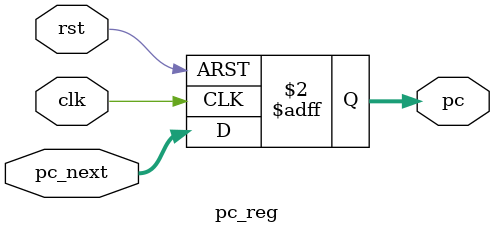
<source format=v>
module pc_reg (
    input  wire        clk,
    input  wire        rst,
    input  wire [31:0] pc_next,
    output reg  [31:0] pc
);
    always @(posedge clk or posedge rst) begin
        if (rst)
            pc <= 32'b0;
        else
            pc <= pc_next;
    end
endmodule

</source>
